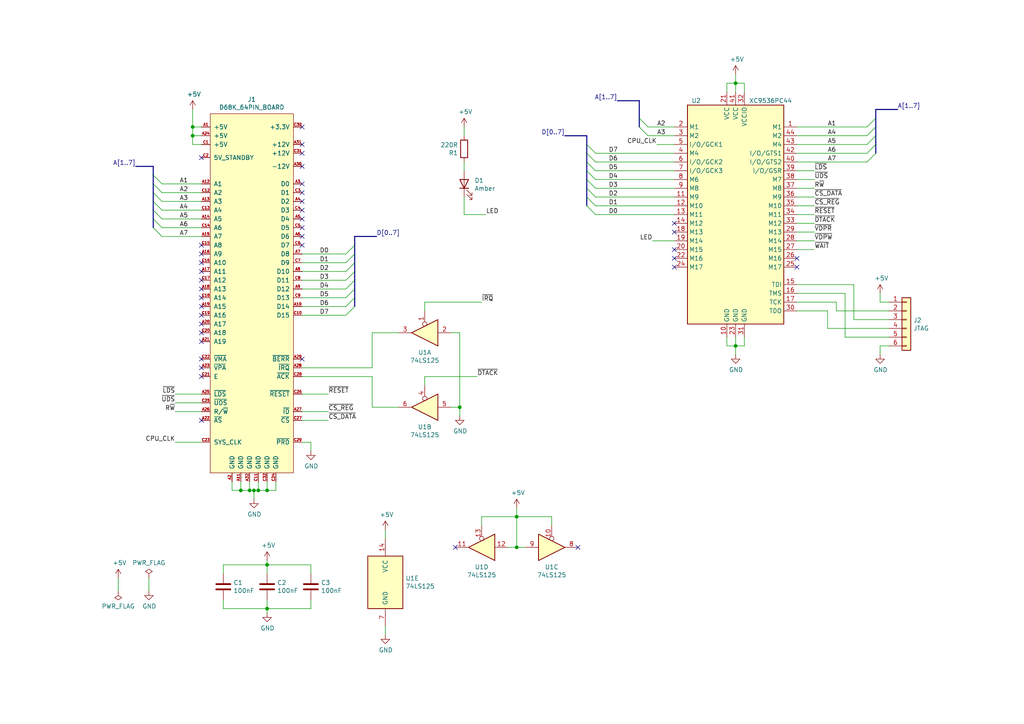
<source format=kicad_sch>
(kicad_sch (version 20230121) (generator eeschema)
  (paper "A4")
  (lib_symbols
    (symbol "74xx:74LS125" (pin_names (offset 1.016))
      (property "Reference" "U" (at 0 1.27 0))
      (property "Value" "74LS125" (at 0 -1.27 0))
      (symbol "74LS125_1_0"
        (polyline (pts (xy -3.81 3.81) (xy -3.81 -3.81) (xy 3.81 0) (xy -3.81 3.81)) (stroke (width 0.254)) (fill (type background)))
        (pin input inverted (at 0 -6.35 90) (length 4.445) (name "~") (number "1"))
        (pin input line (at -7.62 0 0) (length 3.81) (name "~") (number "2"))
        (pin tri_state line (at 7.62 0 180) (length 3.81) (name "~") (number "3"))
      )
      (symbol "74LS125_2_0"
        (polyline (pts (xy -3.81 3.81) (xy -3.81 -3.81) (xy 3.81 0) (xy -3.81 3.81)) (stroke (width 0.254)) (fill (type background)))
        (pin input inverted (at 0 -6.35 90) (length 4.445) (name "~") (number "4"))
        (pin input line (at -7.62 0 0) (length 3.81) (name "~") (number "5"))
        (pin tri_state line (at 7.62 0 180) (length 3.81) (name "~") (number "6"))
      )
      (symbol "74LS125_3_0"
        (polyline (pts (xy -3.81 3.81) (xy -3.81 -3.81) (xy 3.81 0) (xy -3.81 3.81)) (stroke (width 0.254)) (fill (type background)))
        (pin input inverted (at 0 -6.35 90) (length 4.445) (name "~") (number "10"))
        (pin tri_state line (at 7.62 0 180) (length 3.81) (name "~") (number "8"))
        (pin input line (at -7.62 0 0) (length 3.81) (name "~") (number "9"))
      )
      (symbol "74LS125_4_0"
        (polyline (pts (xy -3.81 3.81) (xy -3.81 -3.81) (xy 3.81 0) (xy -3.81 3.81)) (stroke (width 0.254)) (fill (type background)))
        (pin tri_state line (at 7.62 0 180) (length 3.81) (name "~") (number "11"))
        (pin input line (at -7.62 0 0) (length 3.81) (name "~") (number "12"))
        (pin input inverted (at 0 -6.35 90) (length 4.445) (name "~") (number "13"))
      )
      (symbol "74LS125_5_0"
        (pin power_in line (at 0 12.7 270) (length 5.08) (name "VCC") (number "14"))
        (pin power_in line (at 0 -12.7 90) (length 5.08) (name "GND") (number "7"))
      )
      (symbol "74LS125_5_1"
        (rectangle (start -5.08 7.62) (end 5.08 -7.62) (stroke (width 0.254)) (fill (type background)))
      )
    )
    (symbol "Connector_Generic:Conn_01x06" (pin_names (offset 1.016) hide)
      (property "Reference" "J" (at 0 7.62 0))
      (property "Value" "Conn_01x06" (at 0 -10.16 0))
      (symbol "Conn_01x06_1_1"
        (rectangle (start -1.27 -7.493) (end 0 -7.747) (stroke (width 0.1524)))
        (rectangle (start -1.27 -4.953) (end 0 -5.207) (stroke (width 0.1524)))
        (rectangle (start -1.27 -2.413) (end 0 -2.667) (stroke (width 0.1524)))
        (rectangle (start -1.27 0.127) (end 0 -0.127) (stroke (width 0.1524)))
        (rectangle (start -1.27 2.667) (end 0 2.413) (stroke (width 0.1524)))
        (rectangle (start -1.27 5.207) (end 0 4.953) (stroke (width 0.1524)))
        (rectangle (start -1.27 6.35) (end 1.27 -8.89) (stroke (width 0.254)) (fill (type background)))
        (pin passive line (at -5.08 5.08 0) (length 3.81) (name "Pin_1") (number "1"))
        (pin passive line (at -5.08 2.54 0) (length 3.81) (name "Pin_2") (number "2"))
        (pin passive line (at -5.08 0 0) (length 3.81) (name "Pin_3") (number "3"))
        (pin passive line (at -5.08 -2.54 0) (length 3.81) (name "Pin_4") (number "4"))
        (pin passive line (at -5.08 -5.08 0) (length 3.81) (name "Pin_5") (number "5"))
        (pin passive line (at -5.08 -7.62 0) (length 3.81) (name "Pin_6") (number "6"))
      )
    )
    (symbol "Ddraig:D68K_64PIN_BOARD" (pin_names (offset 1.016))
      (property "Reference" "J" (at -11.43 53.34 0))
      (property "Value" "D68K_64PIN_BOARD" (at -2.54 50.8 0))
      (symbol "D68K_64PIN_BOARD_0_1"
        (rectangle (start -12.7 48.26) (end 11.43 -55.88) (fill (type background)))
      )
      (symbol "D68K_64PIN_BOARD_1_1"
        (pin power_in line (at -15.24 44.45 0) (length 2.54) (name "+5V") (number "A1"))
        (pin bidirectional line (at 13.97 -7.62 180) (length 2.54) (name "D14") (number "A10"))
        (pin power_in line (at -3.81 -58.42 90) (length 2.54) (name "GND") (number "A11"))
        (pin output line (at -15.24 27.94 0) (length 2.54) (name "A1") (number "A12"))
        (pin output line (at -15.24 22.86 0) (length 2.54) (name "A3") (number "A13"))
        (pin output line (at -15.24 17.78 0) (length 2.54) (name "A5") (number "A14"))
        (pin output line (at -15.24 12.7 0) (length 2.54) (name "A7") (number "A15"))
        (pin output line (at -15.24 7.62 0) (length 2.54) (name "A9") (number "A16"))
        (pin output line (at -15.24 2.54 0) (length 2.54) (name "A11") (number "A17"))
        (pin output line (at -15.24 -2.54 0) (length 2.54) (name "A13") (number "A18"))
        (pin output line (at -15.24 -7.62 0) (length 2.54) (name "A15") (number "A19"))
        (pin power_in line (at -6.35 -58.42 90) (length 2.54) (name "GND") (number "A2"))
        (pin output line (at -15.24 -12.7 0) (length 2.54) (name "A17") (number "A20"))
        (pin output line (at -15.24 -17.78 0) (length 2.54) (name "A19") (number "A21"))
        (pin output line (at -15.24 -40.64 0) (length 2.54) (name "~{AS}") (number "A22"))
        (pin output line (at -15.24 -25.4 0) (length 2.54) (name "~{VPA}") (number "A23"))
        (pin power_in line (at -15.24 41.91 0) (length 2.54) (name "+5V") (number "A24"))
        (pin output line (at -15.24 -33.02 0) (length 2.54) (name "~{LDS}") (number "A25"))
        (pin output line (at -15.24 -38.1 0) (length 2.54) (name "R/~{W}") (number "A26"))
        (pin output line (at 13.97 -38.1 180) (length 2.54) (name "~{ID}") (number "A27"))
        (pin input line (at 13.97 -25.4 180) (length 2.54) (name "~{IRQ}") (number "A28"))
        (pin input line (at 13.97 -22.86 180) (length 2.54) (name "~{BERR}") (number "A29"))
        (pin bidirectional line (at 13.97 27.94 180) (length 2.54) (name "D0") (number "A3"))
        (pin power_in line (at 13.97 33.02 180) (length 2.54) (name "-12V") (number "A30"))
        (pin power_in line (at 13.97 39.37 180) (length 2.54) (name "+12V") (number "A31"))
        (pin power_in line (at -1.27 -58.42 90) (length 2.54) (name "GND") (number "A32"))
        (pin bidirectional line (at 13.97 22.86 180) (length 2.54) (name "D2") (number "A4"))
        (pin bidirectional line (at 13.97 17.78 180) (length 2.54) (name "D4") (number "A5"))
        (pin bidirectional line (at 13.97 12.7 180) (length 2.54) (name "D6") (number "A6"))
        (pin bidirectional line (at 13.97 7.62 180) (length 2.54) (name "D8") (number "A7"))
        (pin bidirectional line (at 13.97 2.54 180) (length 2.54) (name "D10") (number "A8"))
        (pin bidirectional line (at 13.97 -2.54 180) (length 2.54) (name "D12") (number "A9"))
        (pin power_in line (at -15.24 39.37 0) (length 2.54) (name "+5V") (number "C1"))
        (pin bidirectional line (at 13.97 -10.16 180) (length 2.54) (name "D15") (number "C10"))
        (pin power_in line (at 1.27 -58.42 90) (length 2.54) (name "GND") (number "C11"))
        (pin output line (at -15.24 25.4 0) (length 2.54) (name "A2") (number "C12"))
        (pin output line (at -15.24 20.32 0) (length 2.54) (name "A4") (number "C13"))
        (pin output line (at -15.24 15.24 0) (length 2.54) (name "A6") (number "C14"))
        (pin output line (at -15.24 10.16 0) (length 2.54) (name "A8") (number "C15"))
        (pin output line (at -15.24 5.08 0) (length 2.54) (name "A10") (number "C16"))
        (pin output line (at -15.24 0 0) (length 2.54) (name "A12") (number "C17"))
        (pin output line (at -15.24 -5.08 0) (length 2.54) (name "A14") (number "C18"))
        (pin output line (at -15.24 -10.16 0) (length 2.54) (name "A16") (number "C19"))
        (pin power_in line (at -15.24 35.56 0) (length 2.54) (name "5V_STANDBY") (number "C2"))
        (pin output line (at -15.24 -15.24 0) (length 2.54) (name "A18") (number "C20"))
        (pin output line (at -15.24 -27.94 0) (length 2.54) (name "E") (number "C21"))
        (pin output line (at -15.24 -22.86 0) (length 2.54) (name "~{VMA}") (number "C22"))
        (pin output line (at -15.24 -46.99 0) (length 2.54) (name "SYS_CLK") (number "C23"))
        (pin power_in line (at 6.35 -58.42 90) (length 2.54) (name "GND") (number "C24"))
        (pin output line (at -15.24 -35.56 0) (length 2.54) (name "~{UDS}") (number "C25"))
        (pin output line (at 13.97 -33.02 180) (length 2.54) (name "~{RESET}") (number "C26"))
        (pin output line (at 13.97 -40.64 180) (length 2.54) (name "~{CS}") (number "C27"))
        (pin input line (at 13.97 -27.94 180) (length 2.54) (name "~{ACK}") (number "C28"))
        (pin passive line (at 13.97 -46.99 180) (length 2.54) (name "~{PRD}") (number "C29"))
        (pin bidirectional line (at 13.97 25.4 180) (length 2.54) (name "D1") (number "C3"))
        (pin power_in line (at 13.97 44.45 180) (length 2.54) (name "+3.3V") (number "C30"))
        (pin power_in line (at 13.97 36.83 180) (length 2.54) (name "+12V") (number "C31"))
        (pin power_in line (at 3.81 -58.42 90) (length 2.54) (name "GND") (number "C32"))
        (pin bidirectional line (at 13.97 20.32 180) (length 2.54) (name "D3") (number "C4"))
        (pin bidirectional line (at 13.97 15.24 180) (length 2.54) (name "D5") (number "C5"))
        (pin bidirectional line (at 13.97 10.16 180) (length 2.54) (name "D7") (number "C6"))
        (pin bidirectional line (at 13.97 5.08 180) (length 2.54) (name "D9") (number "C7"))
        (pin bidirectional line (at 13.97 0 180) (length 2.54) (name "D11") (number "C8"))
        (pin bidirectional line (at 13.97 -5.08 180) (length 2.54) (name "D13") (number "C9"))
      )
    )
    (symbol "Ddraig:XC9536PC44"
      (property "Reference" "U" (at -13.97 33.02 0))
      (property "Value" "XC9536PC44" (at -13.97 -33.02 0))
      (symbol "XC9536PC44_1_1"
        (rectangle (start -13.97 31.75) (end 13.97 -31.75) (stroke (width 0.254)) (fill (type background)))
        (pin bidirectional line (at 17.78 25.4 180) (length 3.81) (name "M1") (number "1"))
        (pin power_in line (at -2.54 -35.56 90) (length 3.81) (name "GND") (number "10"))
        (pin bidirectional line (at -17.78 5.08 0) (length 3.81) (name "M9") (number "11"))
        (pin bidirectional line (at -17.78 2.54 0) (length 3.81) (name "M10") (number "12"))
        (pin bidirectional line (at -17.78 0 0) (length 3.81) (name "M11") (number "13"))
        (pin bidirectional line (at -17.78 -2.54 0) (length 3.81) (name "M12") (number "14"))
        (pin input line (at 17.78 -20.32 180) (length 3.81) (name "TDI") (number "15"))
        (pin input line (at 17.78 -22.86 180) (length 3.81) (name "TMS") (number "16"))
        (pin input line (at 17.78 -25.4 180) (length 3.81) (name "TCK") (number "17"))
        (pin bidirectional line (at -17.78 -5.08 0) (length 3.81) (name "M13") (number "18"))
        (pin bidirectional line (at -17.78 -7.62 0) (length 3.81) (name "M14") (number "19"))
        (pin bidirectional line (at -17.78 25.4 0) (length 3.81) (name "M1") (number "2"))
        (pin bidirectional line (at -17.78 -10.16 0) (length 3.81) (name "M15") (number "20"))
        (pin power_in line (at -2.54 35.56 270) (length 3.81) (name "VCC") (number "21"))
        (pin bidirectional line (at -17.78 -12.7 0) (length 3.81) (name "M16") (number "22"))
        (pin power_in line (at 0 -35.56 90) (length 3.81) (name "GND") (number "23"))
        (pin bidirectional line (at -17.78 -15.24 0) (length 3.81) (name "M17") (number "24"))
        (pin bidirectional line (at 17.78 -15.24 180) (length 3.81) (name "M17") (number "25"))
        (pin bidirectional line (at 17.78 -12.7 180) (length 3.81) (name "M16") (number "26"))
        (pin bidirectional line (at 17.78 -10.16 180) (length 3.81) (name "M15") (number "27"))
        (pin bidirectional line (at 17.78 -7.62 180) (length 3.81) (name "M14") (number "28"))
        (pin bidirectional line (at 17.78 -5.08 180) (length 3.81) (name "M13") (number "29"))
        (pin bidirectional line (at -17.78 22.86 0) (length 3.81) (name "M2") (number "3"))
        (pin output line (at 17.78 -27.94 180) (length 3.81) (name "TDO") (number "30"))
        (pin power_in line (at 2.54 -35.56 90) (length 3.81) (name "GND") (number "31"))
        (pin power_in line (at 2.54 35.56 270) (length 3.81) (name "VCCIO") (number "32"))
        (pin bidirectional line (at 17.78 -2.54 180) (length 3.81) (name "M12") (number "33"))
        (pin bidirectional line (at 17.78 0 180) (length 3.81) (name "M11") (number "34"))
        (pin bidirectional line (at 17.78 2.54 180) (length 3.81) (name "M10") (number "35"))
        (pin bidirectional line (at 17.78 5.08 180) (length 3.81) (name "M9") (number "36"))
        (pin bidirectional line (at 17.78 7.62 180) (length 3.81) (name "M8") (number "37"))
        (pin bidirectional line (at 17.78 10.16 180) (length 3.81) (name "M7") (number "38"))
        (pin bidirectional line (at 17.78 12.7 180) (length 3.81) (name "I/O/GSR") (number "39"))
        (pin bidirectional line (at -17.78 17.78 0) (length 3.81) (name "M4") (number "4"))
        (pin bidirectional line (at 17.78 15.24 180) (length 3.81) (name "I/O/GTS2") (number "40"))
        (pin power_in line (at 0 35.56 270) (length 3.81) (name "VCC") (number "41"))
        (pin bidirectional line (at 17.78 17.78 180) (length 3.81) (name "I/O/GTS1") (number "42"))
        (pin bidirectional line (at 17.78 20.32 180) (length 3.81) (name "M4") (number "43"))
        (pin bidirectional line (at 17.78 22.86 180) (length 3.81) (name "M2") (number "44"))
        (pin bidirectional line (at -17.78 20.32 0) (length 3.81) (name "I/O/GCK1") (number "5"))
        (pin bidirectional line (at -17.78 15.24 0) (length 3.81) (name "I/O/GCK2") (number "6"))
        (pin bidirectional line (at -17.78 12.7 0) (length 3.81) (name "I/O/GCK3") (number "7"))
        (pin bidirectional line (at -17.78 10.16 0) (length 3.81) (name "M6") (number "8"))
        (pin bidirectional line (at -17.78 7.62 0) (length 3.81) (name "M8") (number "9"))
      )
    )
    (symbol "Device:C" (pin_numbers hide) (pin_names (offset 0.254))
      (property "Reference" "C" (at 0.635 2.54 0))
      (property "Value" "C" (at 0.635 -2.54 0))
      (symbol "C_0_1"
        (polyline (pts (xy -2.032 -0.762) (xy 2.032 -0.762)) (stroke (width 0.508)))
        (polyline (pts (xy -2.032 0.762) (xy 2.032 0.762)) (stroke (width 0.508)))
      )
      (symbol "C_1_1"
        (pin passive line (at 0 3.81 270) (length 2.794) (name "~") (number "1"))
        (pin passive line (at 0 -3.81 90) (length 2.794) (name "~") (number "2"))
      )
    )
    (symbol "Device:LED" (pin_numbers hide) (pin_names (offset 1.016) hide)
      (property "Reference" "D" (at 0 2.54 0))
      (property "Value" "LED" (at 0 -2.54 0))
      (symbol "LED_0_1"
        (polyline (pts (xy -1.27 -1.27) (xy -1.27 1.27)) (stroke (width 0.254)))
        (polyline (pts (xy -1.27 0) (xy 1.27 0)))
        (polyline (pts (xy 1.27 -1.27) (xy 1.27 1.27) (xy -1.27 0) (xy 1.27 -1.27)) (stroke (width 0.254)))
        (polyline (pts (xy -3.048 -0.762) (xy -4.572 -2.286) (xy -3.81 -2.286) (xy -4.572 -2.286) (xy -4.572 -1.524)))
        (polyline (pts (xy -1.778 -0.762) (xy -3.302 -2.286) (xy -2.54 -2.286) (xy -3.302 -2.286) (xy -3.302 -1.524)))
      )
      (symbol "LED_1_1"
        (pin passive line (at -3.81 0 0) (length 2.54) (name "K") (number "1"))
        (pin passive line (at 3.81 0 180) (length 2.54) (name "A") (number "2"))
      )
    )
    (symbol "Device:R" (pin_numbers hide) (pin_names (offset 0))
      (property "Reference" "R" (at 2.032 0 90))
      (property "Value" "R" (at 0 0 90))
      (symbol "R_0_1"
        (rectangle (start -1.016 -2.54) (end 1.016 2.54) (stroke (width 0.254)))
      )
      (symbol "R_1_1"
        (pin passive line (at 0 3.81 270) (length 1.27) (name "~") (number "1"))
        (pin passive line (at 0 -3.81 90) (length 1.27) (name "~") (number "2"))
      )
    )
    (symbol "power:+5V" (power) (pin_names (offset 0))
      (property "Value" "+5V" (at 0 3.556 0))
      (symbol "+5V_0_1"
        (polyline (pts (xy -0.762 1.27) (xy 0 2.54)))
        (polyline (pts (xy 0 0) (xy 0 2.54)))
        (polyline (pts (xy 0 2.54) (xy 0.762 1.27)))
      )
      (symbol "+5V_1_1"
        (pin power_in line (at 0 0 90) (length 0) hide (name "+5V") (number "1"))
      )
    )
    (symbol "power:GND" (power) (pin_names (offset 0))
      (property "Value" "GND" (at 0 -3.81 0))
      (symbol "GND_0_1"
        (polyline (pts (xy 0 0) (xy 0 -1.27) (xy 1.27 -1.27) (xy 0 -2.54) (xy -1.27 -1.27) (xy 0 -1.27)))
      )
      (symbol "GND_1_1"
        (pin power_in line (at 0 0 270) (length 0) hide (name "GND") (number "1"))
      )
    )
    (symbol "power:PWR_FLAG" (power) (pin_numbers hide) (pin_names (offset 0) hide)
      (property "Value" "PWR_FLAG" (at 0 3.81 0))
      (symbol "PWR_FLAG_0_0"
        (pin power_out line (at 0 0 90) (length 0) (name "pwr") (number "1"))
      )
      (symbol "PWR_FLAG_0_1"
        (polyline (pts (xy 0 0) (xy 0 1.27) (xy -1.016 1.905) (xy 0 2.54) (xy 1.016 1.905) (xy 0 1.27)))
      )
    )
  )
  (junction (at 213.36 24.13))
  (junction (at 213.36 100.33))
  (junction (at 73.66 142.24))
  (junction (at 133.35 118.11))
  (junction (at 69.85 142.24))
  (junction (at 77.47 163.83))
  (junction (at 77.47 176.53))
  (junction (at 72.39 142.24))
  (junction (at 74.93 142.24))
  (junction (at 149.86 149.86))
  (junction (at 77.47 142.24))
  (junction (at 55.88 39.37))
  (junction (at 149.86 158.75))
  (junction (at 55.88 36.83))
  (no_connect (at 87.63 44.45))
  (no_connect (at 58.42 73.66))
  (no_connect (at 58.42 121.92))
  (no_connect (at 58.42 83.82))
  (no_connect (at 87.63 71.12))
  (no_connect (at 87.63 66.04))
  (no_connect (at 87.63 63.5))
  (no_connect (at 87.63 55.88))
  (no_connect (at 58.42 71.12))
  (no_connect (at 231.14 77.47))
  (no_connect (at 58.42 93.98))
  (no_connect (at 87.63 41.91))
  (no_connect (at 58.42 109.22))
  (no_connect (at 87.63 48.26))
  (no_connect (at 58.42 91.44))
  (no_connect (at 58.42 81.28))
  (no_connect (at 195.58 74.93))
  (no_connect (at 87.63 36.83))
  (no_connect (at 87.63 68.58))
  (no_connect (at 58.42 76.2))
  (no_connect (at 58.42 45.72))
  (no_connect (at 87.63 60.96))
  (no_connect (at 167.64 158.75))
  (no_connect (at 195.58 72.39))
  (no_connect (at 58.42 86.36))
  (no_connect (at 87.63 53.34))
  (no_connect (at 132.08 158.75))
  (no_connect (at 87.63 58.42))
  (no_connect (at 87.63 104.14))
  (no_connect (at 58.42 104.14))
  (no_connect (at 195.58 64.77))
  (no_connect (at 58.42 106.68))
  (no_connect (at 58.42 96.52))
  (no_connect (at 58.42 99.06))
  (no_connect (at 195.58 67.31))
  (no_connect (at 195.58 77.47))
  (no_connect (at 58.42 88.9))
  (no_connect (at 231.14 74.93))
  (no_connect (at 58.42 78.74))
  (bus_entry (at 254 44.45) (size -2.54 2.54))
  (bus_entry (at 170.18 44.45) (size 2.54 2.54))
  (bus_entry (at 170.18 54.61) (size 2.54 2.54))
  (bus_entry (at 254 39.37) (size -2.54 2.54))
  (bus_entry (at 185.42 36.83) (size 2.54 2.54))
  (bus_entry (at 44.45 58.42) (size 2.54 2.54))
  (bus_entry (at 102.87 88.9) (size -2.54 2.54))
  (bus_entry (at 44.45 66.04) (size 2.54 2.54))
  (bus_entry (at 170.18 59.69) (size 2.54 2.54))
  (bus_entry (at 44.45 50.8) (size 2.54 2.54))
  (bus_entry (at 170.18 52.07) (size 2.54 2.54))
  (bus_entry (at 102.87 73.66) (size -2.54 2.54))
  (bus_entry (at 102.87 71.12) (size -2.54 2.54))
  (bus_entry (at 44.45 60.96) (size 2.54 2.54))
  (bus_entry (at 170.18 49.53) (size 2.54 2.54))
  (bus_entry (at 102.87 81.28) (size -2.54 2.54))
  (bus_entry (at 170.18 41.91) (size 2.54 2.54))
  (bus_entry (at 254 41.91) (size -2.54 2.54))
  (bus_entry (at 102.87 86.36) (size -2.54 2.54))
  (bus_entry (at 254 36.83) (size -2.54 2.54))
  (bus_entry (at 185.42 34.29) (size 2.54 2.54))
  (bus_entry (at 44.45 63.5) (size 2.54 2.54))
  (bus_entry (at 44.45 55.88) (size 2.54 2.54))
  (bus_entry (at 102.87 76.2) (size -2.54 2.54))
  (bus_entry (at 254 34.29) (size -2.54 2.54))
  (bus_entry (at 170.18 57.15) (size 2.54 2.54))
  (bus_entry (at 170.18 46.99) (size 2.54 2.54))
  (bus_entry (at 102.87 78.74) (size -2.54 2.54))
  (bus_entry (at 102.87 83.82) (size -2.54 2.54))
  (bus_entry (at 44.45 53.34) (size 2.54 2.54))
  (bus (pts (xy 254 41.91) (xy 254 44.45)))
  (wire (pts (xy 236.22 49.53) (xy 231.14 49.53)))
  (wire (pts (xy 95.25 119.38) (xy 87.63 119.38)))
  (wire (pts (xy 64.77 173.99) (xy 64.77 176.53)))
  (bus (pts (xy 44.45 63.5) (xy 44.45 66.04)))
  (wire (pts (xy 257.81 97.79) (xy 245.11 97.79)))
  (wire (pts (xy 87.63 91.44) (xy 100.33 91.44)))
  (bus (pts (xy 102.87 78.74) (xy 102.87 81.28)))
  (bus (pts (xy 254 31.75) (xy 254 34.29)))
  (bus (pts (xy 170.18 41.91) (xy 170.18 44.45)))
  (wire (pts (xy 195.58 44.45) (xy 172.72 44.45)))
  (wire (pts (xy 231.14 52.07) (xy 236.22 52.07)))
  (wire (pts (xy 133.35 118.11) (xy 133.35 96.52)))
  (wire (pts (xy 255.27 100.33) (xy 257.81 100.33)))
  (wire (pts (xy 195.58 57.15) (xy 172.72 57.15)))
  (wire (pts (xy 189.23 69.85) (xy 195.58 69.85)))
  (wire (pts (xy 58.42 119.38) (xy 50.8 119.38)))
  (wire (pts (xy 77.47 163.83) (xy 77.47 162.56)))
  (wire (pts (xy 55.88 31.75) (xy 55.88 36.83)))
  (wire (pts (xy 87.63 88.9) (xy 100.33 88.9)))
  (wire (pts (xy 58.42 63.5) (xy 46.99 63.5)))
  (wire (pts (xy 58.42 53.34) (xy 46.99 53.34)))
  (bus (pts (xy 44.45 48.26) (xy 44.45 50.8)))
  (bus (pts (xy 170.18 39.37) (xy 170.18 41.91)))
  (bus (pts (xy 102.87 81.28) (xy 102.87 83.82)))
  (wire (pts (xy 107.95 109.22) (xy 107.95 118.11)))
  (wire (pts (xy 231.14 41.91) (xy 251.46 41.91)))
  (wire (pts (xy 58.42 128.27) (xy 50.8 128.27)))
  (wire (pts (xy 231.14 57.15) (xy 236.22 57.15)))
  (bus (pts (xy 254 34.29) (xy 254 36.83)))
  (bus (pts (xy 170.18 57.15) (xy 170.18 59.69)))
  (bus (pts (xy 44.45 58.42) (xy 44.45 60.96)))
  (wire (pts (xy 58.42 114.3) (xy 50.8 114.3)))
  (wire (pts (xy 210.82 100.33) (xy 213.36 100.33)))
  (bus (pts (xy 102.87 86.36) (xy 102.87 88.9)))
  (wire (pts (xy 160.02 149.86) (xy 160.02 152.4)))
  (wire (pts (xy 64.77 176.53) (xy 77.47 176.53)))
  (wire (pts (xy 236.22 64.77) (xy 231.14 64.77)))
  (wire (pts (xy 77.47 176.53) (xy 90.17 176.53)))
  (wire (pts (xy 195.58 54.61) (xy 172.72 54.61)))
  (wire (pts (xy 87.63 73.66) (xy 100.33 73.66)))
  (wire (pts (xy 215.9 26.67) (xy 215.9 24.13)))
  (wire (pts (xy 55.88 36.83) (xy 55.88 39.37)))
  (wire (pts (xy 236.22 59.69) (xy 231.14 59.69)))
  (bus (pts (xy 44.45 48.26) (xy 39.37 48.26)))
  (wire (pts (xy 111.76 181.61) (xy 111.76 184.15)))
  (wire (pts (xy 107.95 106.68) (xy 107.95 96.52)))
  (bus (pts (xy 170.18 44.45) (xy 170.18 46.99)))
  (bus (pts (xy 102.87 76.2) (xy 102.87 78.74)))
  (wire (pts (xy 195.58 59.69) (xy 172.72 59.69)))
  (wire (pts (xy 231.14 82.55) (xy 247.65 82.55)))
  (wire (pts (xy 231.14 39.37) (xy 251.46 39.37)))
  (wire (pts (xy 77.47 166.37) (xy 77.47 163.83)))
  (wire (pts (xy 231.14 72.39) (xy 236.22 72.39)))
  (wire (pts (xy 215.9 100.33) (xy 215.9 97.79)))
  (wire (pts (xy 245.11 97.79) (xy 245.11 85.09)))
  (wire (pts (xy 139.7 149.86) (xy 149.86 149.86)))
  (bus (pts (xy 170.18 39.37) (xy 163.83 39.37)))
  (wire (pts (xy 240.03 95.25) (xy 257.81 95.25)))
  (bus (pts (xy 102.87 73.66) (xy 102.87 76.2)))
  (bus (pts (xy 185.42 34.29) (xy 185.42 36.83)))
  (wire (pts (xy 90.17 163.83) (xy 90.17 166.37)))
  (wire (pts (xy 107.95 96.52) (xy 115.57 96.52)))
  (wire (pts (xy 77.47 173.99) (xy 77.47 176.53)))
  (wire (pts (xy 138.43 109.22) (xy 123.19 109.22)))
  (wire (pts (xy 111.76 156.21) (xy 111.76 153.67)))
  (wire (pts (xy 87.63 121.92) (xy 95.25 121.92)))
  (wire (pts (xy 77.47 139.7) (xy 77.47 142.24)))
  (bus (pts (xy 109.22 68.58) (xy 102.87 68.58)))
  (bus (pts (xy 170.18 46.99) (xy 170.18 49.53)))
  (wire (pts (xy 236.22 54.61) (xy 231.14 54.61)))
  (wire (pts (xy 147.32 158.75) (xy 149.86 158.75)))
  (wire (pts (xy 213.36 100.33) (xy 213.36 102.87)))
  (wire (pts (xy 55.88 39.37) (xy 55.88 41.91)))
  (wire (pts (xy 195.58 36.83) (xy 187.96 36.83)))
  (wire (pts (xy 195.58 52.07) (xy 172.72 52.07)))
  (wire (pts (xy 90.17 176.53) (xy 90.17 173.99)))
  (wire (pts (xy 149.86 149.86) (xy 149.86 158.75)))
  (wire (pts (xy 77.47 176.53) (xy 77.47 177.8)))
  (wire (pts (xy 149.86 158.75) (xy 152.4 158.75)))
  (wire (pts (xy 231.14 85.09) (xy 245.11 85.09)))
  (wire (pts (xy 213.36 21.59) (xy 213.36 24.13)))
  (wire (pts (xy 257.81 90.17) (xy 242.57 90.17)))
  (wire (pts (xy 133.35 120.65) (xy 133.35 118.11)))
  (wire (pts (xy 123.19 109.22) (xy 123.19 111.76)))
  (wire (pts (xy 87.63 76.2) (xy 100.33 76.2)))
  (bus (pts (xy 170.18 52.07) (xy 170.18 54.61)))
  (bus (pts (xy 44.45 50.8) (xy 44.45 53.34)))
  (wire (pts (xy 77.47 142.24) (xy 80.01 142.24)))
  (wire (pts (xy 58.42 60.96) (xy 46.99 60.96)))
  (wire (pts (xy 72.39 139.7) (xy 72.39 142.24)))
  (wire (pts (xy 58.42 66.04) (xy 46.99 66.04)))
  (wire (pts (xy 195.58 62.23) (xy 172.72 62.23)))
  (wire (pts (xy 255.27 87.63) (xy 257.81 87.63)))
  (wire (pts (xy 231.14 69.85) (xy 236.22 69.85)))
  (wire (pts (xy 69.85 139.7) (xy 69.85 142.24)))
  (wire (pts (xy 87.63 106.68) (xy 107.95 106.68)))
  (wire (pts (xy 139.7 152.4) (xy 139.7 149.86)))
  (wire (pts (xy 43.18 167.64) (xy 43.18 171.45)))
  (wire (pts (xy 210.82 24.13) (xy 210.82 26.67)))
  (wire (pts (xy 74.93 142.24) (xy 77.47 142.24)))
  (wire (pts (xy 107.95 118.11) (xy 115.57 118.11)))
  (wire (pts (xy 134.62 39.37) (xy 134.62 36.83)))
  (wire (pts (xy 58.42 36.83) (xy 55.88 36.83)))
  (wire (pts (xy 149.86 147.32) (xy 149.86 149.86)))
  (wire (pts (xy 231.14 62.23) (xy 236.22 62.23)))
  (wire (pts (xy 80.01 142.24) (xy 80.01 139.7)))
  (bus (pts (xy 170.18 49.53) (xy 170.18 52.07)))
  (wire (pts (xy 195.58 41.91) (xy 190.5 41.91)))
  (wire (pts (xy 240.03 95.25) (xy 240.03 90.17)))
  (wire (pts (xy 213.36 97.79) (xy 213.36 100.33)))
  (wire (pts (xy 58.42 68.58) (xy 46.99 68.58)))
  (wire (pts (xy 195.58 39.37) (xy 187.96 39.37)))
  (wire (pts (xy 69.85 142.24) (xy 72.39 142.24)))
  (wire (pts (xy 67.31 142.24) (xy 69.85 142.24)))
  (wire (pts (xy 247.65 82.55) (xy 247.65 92.71)))
  (wire (pts (xy 236.22 67.31) (xy 231.14 67.31)))
  (wire (pts (xy 34.29 171.45) (xy 34.29 167.64)))
  (wire (pts (xy 231.14 36.83) (xy 251.46 36.83)))
  (wire (pts (xy 139.7 87.63) (xy 123.19 87.63)))
  (wire (pts (xy 87.63 78.74) (xy 100.33 78.74)))
  (wire (pts (xy 134.62 62.23) (xy 134.62 57.15)))
  (wire (pts (xy 133.35 96.52) (xy 130.81 96.52)))
  (wire (pts (xy 73.66 142.24) (xy 74.93 142.24)))
  (wire (pts (xy 58.42 58.42) (xy 46.99 58.42)))
  (wire (pts (xy 149.86 149.86) (xy 160.02 149.86)))
  (wire (pts (xy 210.82 97.79) (xy 210.82 100.33)))
  (wire (pts (xy 67.31 139.7) (xy 67.31 142.24)))
  (wire (pts (xy 140.97 62.23) (xy 134.62 62.23)))
  (wire (pts (xy 213.36 100.33) (xy 215.9 100.33)))
  (wire (pts (xy 50.8 116.84) (xy 58.42 116.84)))
  (wire (pts (xy 87.63 109.22) (xy 107.95 109.22)))
  (wire (pts (xy 213.36 24.13) (xy 210.82 24.13)))
  (bus (pts (xy 102.87 71.12) (xy 102.87 73.66)))
  (wire (pts (xy 242.57 90.17) (xy 242.57 87.63)))
  (wire (pts (xy 215.9 24.13) (xy 213.36 24.13)))
  (wire (pts (xy 74.93 139.7) (xy 74.93 142.24)))
  (bus (pts (xy 254 39.37) (xy 254 41.91)))
  (bus (pts (xy 102.87 68.58) (xy 102.87 71.12)))
  (wire (pts (xy 87.63 114.3) (xy 95.25 114.3)))
  (wire (pts (xy 123.19 87.63) (xy 123.19 90.17)))
  (wire (pts (xy 64.77 163.83) (xy 77.47 163.83)))
  (bus (pts (xy 185.42 29.21) (xy 179.07 29.21)))
  (bus (pts (xy 44.45 60.96) (xy 44.45 63.5)))
  (wire (pts (xy 72.39 142.24) (xy 73.66 142.24)))
  (wire (pts (xy 130.81 118.11) (xy 133.35 118.11)))
  (bus (pts (xy 170.18 54.61) (xy 170.18 57.15)))
  (wire (pts (xy 195.58 49.53) (xy 172.72 49.53)))
  (wire (pts (xy 64.77 166.37) (xy 64.77 163.83)))
  (wire (pts (xy 58.42 55.88) (xy 46.99 55.88)))
  (wire (pts (xy 242.57 87.63) (xy 231.14 87.63)))
  (wire (pts (xy 231.14 46.99) (xy 251.46 46.99)))
  (bus (pts (xy 44.45 53.34) (xy 44.45 55.88)))
  (wire (pts (xy 240.03 90.17) (xy 231.14 90.17)))
  (bus (pts (xy 254 31.75) (xy 260.35 31.75)))
  (wire (pts (xy 257.81 92.71) (xy 247.65 92.71)))
  (wire (pts (xy 195.58 46.99) (xy 172.72 46.99)))
  (bus (pts (xy 254 36.83) (xy 254 39.37)))
  (wire (pts (xy 55.88 41.91) (xy 58.42 41.91)))
  (bus (pts (xy 185.42 29.21) (xy 185.42 34.29)))
  (wire (pts (xy 73.66 144.78) (xy 73.66 142.24)))
  (wire (pts (xy 255.27 85.09) (xy 255.27 87.63)))
  (wire (pts (xy 231.14 44.45) (xy 251.46 44.45)))
  (wire (pts (xy 134.62 49.53) (xy 134.62 46.99)))
  (wire (pts (xy 213.36 24.13) (xy 213.36 26.67)))
  (bus (pts (xy 44.45 55.88) (xy 44.45 58.42)))
  (wire (pts (xy 77.47 163.83) (xy 90.17 163.83)))
  (wire (pts (xy 90.17 128.27) (xy 87.63 128.27)))
  (wire (pts (xy 58.42 39.37) (xy 55.88 39.37)))
  (bus (pts (xy 102.87 83.82) (xy 102.87 86.36)))
  (wire (pts (xy 255.27 102.87) (xy 255.27 100.33)))
  (wire (pts (xy 87.63 81.28) (xy 100.33 81.28)))
  (wire (pts (xy 87.63 86.36) (xy 100.33 86.36)))
  (wire (pts (xy 87.63 83.82) (xy 100.33 83.82)))
  (wire (pts (xy 90.17 130.81) (xy 90.17 128.27)))
  (label "A4" (at 52.07 60.96 0))
  (label "~{UDS}" (at 50.8 116.84 180))
  (label "A3" (at 52.07 58.42 0))
  (label "D3" (at 92.71 81.28 0))
  (label "~{DTACK}" (at 236.22 64.77 0))
  (label "D3" (at 176.53 54.61 0))
  (label "D0" (at 92.71 73.66 0))
  (label "~{CS_REG}" (at 95.25 119.38 0))
  (label "A1" (at 240.03 36.83 0))
  (label "LED" (at 189.23 69.85 180))
  (label "~{IRQ}" (at 139.7 87.63 0))
  (label "~{LDS}" (at 50.8 114.3 180))
  (label "LED" (at 140.97 62.23 0))
  (label "D6" (at 92.71 88.9 0))
  (label "A5" (at 240.03 41.91 0))
  (label "A[1..7]" (at 260.35 31.75 0))
  (label "A3" (at 193.04 39.37 180))
  (label "CPU_CLK" (at 50.8 128.27 180))
  (label "R~{W}" (at 50.8 119.38 180))
  (label "A7" (at 240.03 46.99 0))
  (label "A4" (at 240.03 39.37 0))
  (label "~{LDS}" (at 236.22 49.53 0))
  (label "D7" (at 92.71 91.44 0))
  (label "A2" (at 193.04 36.83 180))
  (label "~{RESET}" (at 236.22 62.23 0))
  (label "A[1..7]" (at 179.07 29.21 180))
  (label "A6" (at 240.03 44.45 0))
  (label "~{UDS}" (at 236.22 52.07 0))
  (label "~{CS_DATA}" (at 236.22 57.15 0))
  (label "~{CS_REG}" (at 236.22 59.69 0))
  (label "A5" (at 52.07 63.5 0))
  (label "~{DTACK}" (at 138.43 109.22 0))
  (label "A7" (at 52.07 68.58 0))
  (label "A6" (at 52.07 66.04 0))
  (label "~{VDPR}" (at 236.22 67.31 0))
  (label "D5" (at 92.71 86.36 0))
  (label "D0" (at 176.53 62.23 0))
  (label "D2" (at 176.53 57.15 0))
  (label "D1" (at 176.53 59.69 0))
  (label "~{VDPW}" (at 236.22 69.85 0))
  (label "D1" (at 92.71 76.2 0))
  (label "D2" (at 92.71 78.74 0))
  (label "CPU_CLK" (at 190.5 41.91 180))
  (label "A1" (at 52.07 53.34 0))
  (label "D[0..7]" (at 163.83 39.37 180))
  (label "D4" (at 176.53 52.07 0))
  (label "D6" (at 176.53 46.99 0))
  (label "A[1..7]" (at 39.37 48.26 180))
  (label "D7" (at 176.53 44.45 0))
  (label "~{RESET}" (at 95.25 114.3 0))
  (label "D5" (at 176.53 49.53 0))
  (label "A2" (at 52.07 55.88 0))
  (label "~{WAIT}" (at 236.22 72.39 0))
  (label "D[0..7]" (at 109.22 68.58 0))
  (label "~{CS_DATA}" (at 95.25 121.92 0))
  (label "R~{W}" (at 236.22 54.61 0))
  (label "D4" (at 92.71 83.82 0))
  (symbol (lib_id "power:GND") (at 90.17 130.81 0) (unit 1)
    (property "Reference" "#PWR07" (effects hide))
    (property "Value" "GND" (at 90.297 135.2042 0))
  )
  (symbol (lib_id "power:+5V") (at 77.47 162.56 0) (unit 1)
    (property "Reference" "#PWR05" (effects hide))
    (property "Value" "+5V" (at 77.851 158.1658 0))
  )
  (symbol (lib_id "power:GND") (at 73.66 144.78 0) (unit 1)
    (property "Reference" "#PWR04" (effects hide))
    (property "Value" "GND" (at 73.787 149.1742 0))
  )
  (symbol (lib_id "power:GND") (at 255.27 102.87 0) (unit 1)
    (property "Reference" "#PWR016" (effects hide))
    (property "Value" "GND" (at 255.397 107.2642 0))
  )
  (symbol (lib_id "power:GND") (at 77.47 177.8 0) (unit 1)
    (property "Reference" "#PWR06" (effects hide))
    (property "Value" "GND" (at 77.597 182.1942 0))
  )
  (symbol (lib_id "74xx:74LS125") (at 123.19 96.52 180) (unit 1)
    (property "Reference" "U1" (at 123.19 102.235 0))
    (property "Value" "74LS125" (at 123.19 104.5464 0))
    (property "Footprint" "Package_SO:SO-14_3.9x8.65mm_P1.27mm" (effects hide))
    (property "Datasheet" "http://www.ti.com/lit/gpn/sn74LS125" (effects hide))
  )
  (symbol (lib_id "Connector_Generic:Conn_01x06") (at 262.89 92.71 0) (unit 1)
    (property "Reference" "J2" (at 264.922 92.9132 0) (effects (justify left)))
    (property "Value" "JTAG" (at 264.922 95.2246 0) (effects (justify left)))
    (property "Footprint" "Connector_PinHeader_2.54mm:PinHeader_1x06_P2.54mm_Vertical" (effects hide))
  )
  (symbol (lib_id "Ddraig:D68K_64PIN_BOARD") (at 73.66 81.28 0) (unit 1)
    (property "Reference" "J1" (at 73.025 28.829 0))
    (property "Value" "D68K_64PIN_BOARD" (at 73.025 31.1404 0))
    (property "Footprint" "Ddraig:DIN41612_C_2x32_Male_Horizontal_THT" (effects hide))
  )
  (symbol (lib_id "Device:LED") (at 134.62 53.34 90) (unit 1)
    (property "Reference" "D1" (at 137.6172 52.3494 90) (effects (justify right)))
    (property "Value" "Amber" (at 137.6172 54.6608 90) (effects (justify right)))
    (property "Footprint" "LED_SMD:LED_1206_3216Metric" (effects hide))
  )
  (symbol (lib_id "Ddraig:XC9536PC44") (at 213.36 62.23 0) (unit 1)
    (property "Reference" "U2" (at 201.93 29.21 0))
    (property "Value" "XC9536PC44" (at 223.52 29.21 0))
    (property "Footprint" "Package_LCC:PLCC-44" (effects hide))
    (property "Datasheet" "xilinx/xc9536.pdf" (effects hide))
  )
  (symbol (lib_id "Device:C") (at 77.47 170.18 0) (unit 1)
    (property "Reference" "C2" (at 80.391 169.0116 0) (effects (justify left)))
    (property "Value" "100nF" (at 80.391 171.323 0) (effects (justify left)))
    (property "Footprint" "Capacitor_SMD:C_0805_2012Metric" (effects hide))
  )
  (symbol (lib_id "74xx:74LS125") (at 139.7 158.75 180) (unit 4)
    (property "Reference" "U1" (at 139.7 164.465 0))
    (property "Value" "74LS125" (at 139.7 166.7764 0))
    (property "Footprint" "Package_SO:SO-14_3.9x8.65mm_P1.27mm" (effects hide))
    (property "Datasheet" "http://www.ti.com/lit/gpn/sn74LS125" (effects hide))
  )
  (symbol (lib_id "power:+5V") (at 34.29 167.64 0) (unit 1)
    (property "Reference" "#PWR01" (effects hide))
    (property "Value" "+5V" (at 34.671 163.2458 0))
  )
  (symbol (lib_id "74xx:74LS125") (at 160.02 158.75 0) (mirror x) (unit 3)
    (property "Reference" "U1" (at 160.02 164.465 0))
    (property "Value" "74LS125" (at 160.02 166.7764 0))
    (property "Footprint" "Package_SO:SO-14_3.9x8.65mm_P1.27mm" (effects hide))
    (property "Datasheet" "http://www.ti.com/lit/gpn/sn74LS125" (effects hide))
  )
  (symbol (lib_id "power:+5V") (at 134.62 36.83 0) (unit 1)
    (property "Reference" "#PWR011" (effects hide))
    (property "Value" "+5V" (at 135.001 32.4358 0))
  )
  (symbol (lib_id "74xx:74LS125") (at 123.19 118.11 180) (unit 2)
    (property "Reference" "U1" (at 123.19 123.825 0))
    (property "Value" "74LS125" (at 123.19 126.1364 0))
    (property "Footprint" "Package_SO:SO-14_3.9x8.65mm_P1.27mm" (effects hide))
    (property "Datasheet" "http://www.ti.com/lit/gpn/sn74LS125" (effects hide))
  )
  (symbol (lib_id "power:PWR_FLAG") (at 43.18 167.64 0) (unit 1)
    (property "Reference" "#FLG02" (effects hide))
    (property "Value" "PWR_FLAG" (at 43.18 163.2458 0))
  )
  (symbol (lib_id "power:GND") (at 111.76 184.15 0) (unit 1)
    (property "Reference" "#PWR09" (effects hide))
    (property "Value" "GND" (at 111.887 188.5442 0))
  )
  (symbol (lib_id "power:PWR_FLAG") (at 34.29 171.45 180) (unit 1)
    (property "Reference" "#FLG01" (effects hide))
    (property "Value" "PWR_FLAG" (at 34.29 175.8442 0))
  )
  (symbol (lib_id "power:+5V") (at 111.76 153.67 0) (unit 1)
    (property "Reference" "#PWR08" (effects hide))
    (property "Value" "+5V" (at 112.141 149.2758 0))
  )
  (symbol (lib_id "power:+5V") (at 213.36 21.59 0) (unit 1)
    (property "Reference" "#PWR013" (effects hide))
    (property "Value" "+5V" (at 213.741 17.1958 0))
  )
  (symbol (lib_id "Device:C") (at 64.77 170.18 0) (unit 1)
    (property "Reference" "C1" (at 67.691 169.0116 0) (effects (justify left)))
    (property "Value" "100nF" (at 67.691 171.323 0) (effects (justify left)))
    (property "Footprint" "Capacitor_SMD:C_0805_2012Metric" (effects hide))
  )
  (symbol (lib_id "power:+5V") (at 255.27 85.09 0) (unit 1)
    (property "Reference" "#PWR015" (effects hide))
    (property "Value" "+5V" (at 255.651 80.6958 0))
  )
  (symbol (lib_id "Device:R") (at 134.62 43.18 180) (unit 1)
    (property "Reference" "R1" (at 132.842 44.3484 0) (effects (justify left)))
    (property "Value" "220R" (at 132.842 42.037 0) (effects (justify left)))
    (property "Footprint" "LED_SMD:LED_0805_2012Metric" (effects hide))
  )
  (symbol (lib_id "74xx:74LS125") (at 111.76 168.91 0) (unit 5)
    (property "Reference" "U1" (at 117.602 167.7416 0) (effects (justify left)))
    (property "Value" "74LS125" (at 117.602 170.053 0) (effects (justify left)))
    (property "Footprint" "Package_SO:SO-14_3.9x8.65mm_P1.27mm" (effects hide))
    (property "Datasheet" "http://www.ti.com/lit/gpn/sn74LS125" (effects hide))
  )
  (symbol (lib_id "power:GND") (at 133.35 120.65 0) (unit 1)
    (property "Reference" "#PWR010" (effects hide))
    (property "Value" "GND" (at 133.477 125.0442 0))
  )
  (symbol (lib_id "power:GND") (at 213.36 102.87 0) (unit 1)
    (property "Reference" "#PWR014" (effects hide))
    (property "Value" "GND" (at 213.487 107.2642 0))
  )
  (symbol (lib_id "power:GND") (at 43.18 171.45 0) (unit 1)
    (property "Reference" "#PWR02" (effects hide))
    (property "Value" "GND" (at 43.307 175.8442 0))
  )
  (symbol (lib_id "power:+5V") (at 55.88 31.75 0) (unit 1)
    (property "Reference" "#PWR03" (effects hide))
    (property "Value" "+5V" (at 56.261 27.3558 0))
  )
  (symbol (lib_id "power:+5V") (at 149.86 147.32 0) (unit 1)
    (property "Reference" "#PWR012" (effects hide))
    (property "Value" "+5V" (at 150.241 142.9258 0))
  )
  (symbol (lib_id "Device:C") (at 90.17 170.18 0) (unit 1)
    (property "Reference" "C3" (at 93.091 169.0116 0) (effects (justify left)))
    (property "Value" "100nF" (at 93.091 171.323 0) (effects (justify left)))
    (property "Footprint" "Capacitor_SMD:C_0805_2012Metric" (effects hide))
  )
)
</source>
